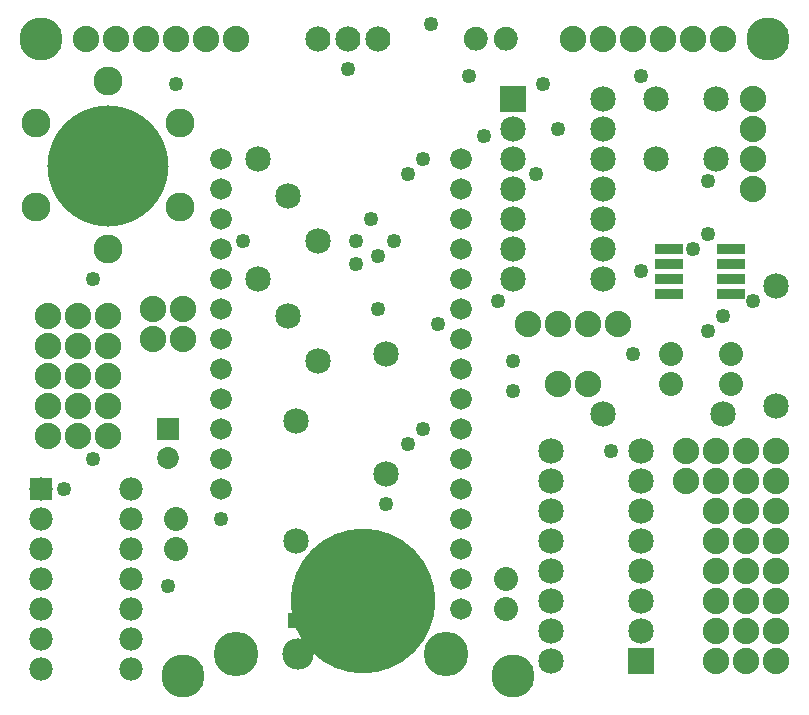
<source format=gts>
G04 MADE WITH FRITZING*
G04 WWW.FRITZING.ORG*
G04 DOUBLE SIDED*
G04 HOLES PLATED*
G04 CONTOUR ON CENTER OF CONTOUR VECTOR*
%ASAXBY*%
%FSLAX23Y23*%
%MOIN*%
%OFA0B0*%
%SFA1.0B1.0*%
%ADD10C,0.049370*%
%ADD11C,0.088000*%
%ADD12C,0.096000*%
%ADD13C,0.085000*%
%ADD14C,0.080000*%
%ADD15C,0.072992*%
%ADD16C,0.084000*%
%ADD17C,0.148425*%
%ADD18C,0.105000*%
%ADD19C,0.061496*%
%ADD20C,0.072000*%
%ADD21C,0.077559*%
%ADD22C,0.143858*%
%ADD23C,0.403700*%
%ADD24C,0.482440*%
%ADD25R,0.097000X0.034000*%
%ADD26R,0.072992X0.072992*%
%ADD27R,0.085000X0.085000*%
%ADD28R,0.077559X0.077559*%
%ADD29C,0.039783*%
%ADD30R,0.001000X0.001000*%
%LNMASK1*%
G90*
G70*
G54D10*
X175Y707D03*
X274Y1407D03*
G54D11*
X249Y2207D03*
X349Y2207D03*
X449Y2207D03*
X549Y2207D03*
X649Y2207D03*
X749Y2207D03*
G54D10*
X1249Y657D03*
X1275Y1532D03*
X1999Y833D03*
X2074Y1158D03*
X548Y2058D03*
X774Y1532D03*
G54D12*
X324Y2067D03*
X564Y1927D03*
X324Y1507D03*
X84Y1647D03*
X564Y1647D03*
X84Y1927D03*
G54D10*
X2099Y2082D03*
X1399Y2257D03*
X1149Y1532D03*
X1199Y1607D03*
X1774Y2057D03*
X1525Y2082D03*
X1575Y1883D03*
X1124Y2107D03*
X1824Y1907D03*
X1749Y1757D03*
X2274Y1507D03*
X2374Y1282D03*
X2324Y1557D03*
X2324Y1232D03*
X2099Y1432D03*
X2474Y1332D03*
X2324Y1732D03*
G54D13*
X2374Y957D03*
X1974Y957D03*
X2549Y1382D03*
X2549Y982D03*
G54D14*
X2199Y1157D03*
X2199Y1057D03*
X2399Y1157D03*
X2399Y1057D03*
G54D11*
X2249Y732D03*
X2249Y832D03*
G54D13*
X2149Y1807D03*
X2349Y1807D03*
X2149Y2007D03*
X2349Y2007D03*
X1249Y757D03*
X1249Y1157D03*
X949Y532D03*
X949Y932D03*
G54D15*
X524Y907D03*
X524Y809D03*
G54D16*
X1024Y2207D03*
X1124Y2207D03*
X1224Y2207D03*
X1024Y2207D03*
X1124Y2207D03*
X1224Y2207D03*
G54D11*
X124Y1282D03*
X224Y1282D03*
X324Y1282D03*
G54D17*
X1449Y157D03*
G54D18*
X957Y158D03*
G54D19*
X969Y268D03*
G54D20*
X1499Y1807D03*
X1499Y1707D03*
X1499Y1607D03*
X1499Y1507D03*
X1499Y1407D03*
X1499Y1307D03*
X1499Y1207D03*
X1499Y1107D03*
X1499Y1007D03*
G54D17*
X749Y157D03*
G54D20*
X1499Y907D03*
X1499Y807D03*
X1499Y707D03*
X1499Y607D03*
X1499Y507D03*
X1499Y407D03*
X1499Y307D03*
X699Y707D03*
X699Y807D03*
X699Y907D03*
X699Y1007D03*
X699Y1107D03*
X699Y1207D03*
X699Y1307D03*
X699Y1407D03*
X699Y1507D03*
X699Y1607D03*
X699Y1707D03*
X699Y1807D03*
G54D19*
X1229Y268D03*
G54D18*
X1241Y158D03*
G54D10*
X1149Y1457D03*
G54D11*
X1924Y1057D03*
X1824Y1057D03*
G54D10*
X1424Y1257D03*
X1224Y1307D03*
X524Y383D03*
X274Y807D03*
G54D11*
X1874Y2207D03*
X1974Y2207D03*
X2074Y2207D03*
X2174Y2207D03*
X2274Y2207D03*
X2374Y2207D03*
X2549Y132D03*
X2549Y232D03*
X2549Y332D03*
X2549Y432D03*
X2549Y532D03*
X2549Y632D03*
X2549Y732D03*
X2549Y832D03*
X2449Y132D03*
X2449Y232D03*
X2449Y332D03*
X2449Y432D03*
X2449Y532D03*
X2449Y632D03*
X2449Y732D03*
X2449Y832D03*
X2349Y132D03*
X2349Y232D03*
X2349Y332D03*
X2349Y432D03*
X2349Y532D03*
X2349Y632D03*
X2349Y732D03*
X2349Y832D03*
X1724Y1257D03*
X1824Y1257D03*
X1924Y1257D03*
X2024Y1257D03*
X2474Y2007D03*
X2474Y1907D03*
X2474Y1807D03*
X2474Y1707D03*
G54D13*
X1674Y2007D03*
X1974Y2007D03*
X1674Y1907D03*
X1974Y1907D03*
X1674Y1807D03*
X1974Y1807D03*
X1674Y1707D03*
X1974Y1707D03*
X1674Y1607D03*
X1974Y1607D03*
X1674Y1507D03*
X1974Y1507D03*
X1674Y1407D03*
X1974Y1407D03*
X2099Y132D03*
X1799Y132D03*
X2099Y232D03*
X1799Y232D03*
X2099Y332D03*
X1799Y332D03*
X2099Y432D03*
X1799Y432D03*
X2099Y532D03*
X1799Y532D03*
X2099Y632D03*
X1799Y632D03*
X2099Y732D03*
X1799Y732D03*
X2099Y832D03*
X1799Y832D03*
G54D14*
X549Y607D03*
X549Y507D03*
X1649Y407D03*
X1649Y307D03*
G54D10*
X1224Y1482D03*
X1374Y1807D03*
X1374Y907D03*
X1324Y857D03*
X1324Y1757D03*
X1624Y1332D03*
X1674Y1032D03*
X1674Y1132D03*
G54D13*
X824Y1807D03*
X824Y1407D03*
X924Y1282D03*
X924Y1682D03*
X1024Y1132D03*
X1024Y1532D03*
G54D11*
X574Y1307D03*
X474Y1307D03*
X574Y1207D03*
X474Y1207D03*
G54D21*
X99Y707D03*
X399Y707D03*
X99Y607D03*
X399Y607D03*
X99Y507D03*
X399Y507D03*
X99Y407D03*
X399Y407D03*
X99Y307D03*
X399Y307D03*
X99Y207D03*
X399Y207D03*
X99Y107D03*
X399Y107D03*
G54D11*
X224Y1182D03*
X224Y1082D03*
X224Y982D03*
X224Y882D03*
X124Y1182D03*
X124Y1082D03*
X124Y982D03*
X124Y882D03*
X324Y1182D03*
X324Y1082D03*
X324Y982D03*
X324Y882D03*
G54D22*
X1674Y82D03*
X574Y82D03*
X2524Y2207D03*
X99Y2207D03*
G54D23*
X324Y1782D03*
G54D24*
X1174Y332D03*
G54D10*
X699Y607D03*
G54D25*
X2193Y1507D03*
X2193Y1457D03*
X2193Y1407D03*
X2193Y1357D03*
X2399Y1357D03*
X2399Y1407D03*
X2399Y1457D03*
X2399Y1507D03*
G54D26*
X524Y907D03*
G54D27*
X1674Y2007D03*
X2099Y132D03*
G54D28*
X99Y707D03*
G54D29*
G36*
X925Y190D02*
X990Y190D01*
X990Y125D01*
X925Y125D01*
X925Y190D01*
G37*
D02*
G36*
X1208Y190D02*
X1274Y190D01*
X1274Y125D01*
X1208Y125D01*
X1208Y190D01*
G37*
D02*
G54D30*
X1542Y2247D02*
X1555Y2247D01*
X1642Y2247D02*
X1655Y2247D01*
X1538Y2246D02*
X1559Y2246D01*
X1638Y2246D02*
X1659Y2246D01*
X1535Y2245D02*
X1562Y2245D01*
X1635Y2245D02*
X1662Y2245D01*
X1532Y2244D02*
X1565Y2244D01*
X1632Y2244D02*
X1665Y2244D01*
X1530Y2243D02*
X1567Y2243D01*
X1630Y2243D02*
X1667Y2243D01*
X1529Y2242D02*
X1568Y2242D01*
X1629Y2242D02*
X1668Y2242D01*
X1527Y2241D02*
X1570Y2241D01*
X1627Y2241D02*
X1670Y2241D01*
X1526Y2240D02*
X1571Y2240D01*
X1626Y2240D02*
X1671Y2240D01*
X1524Y2239D02*
X1573Y2239D01*
X1624Y2239D02*
X1673Y2239D01*
X1523Y2238D02*
X1574Y2238D01*
X1623Y2238D02*
X1674Y2238D01*
X1522Y2237D02*
X1575Y2237D01*
X1622Y2237D02*
X1675Y2237D01*
X1521Y2236D02*
X1576Y2236D01*
X1621Y2236D02*
X1676Y2236D01*
X1520Y2235D02*
X1577Y2235D01*
X1620Y2235D02*
X1677Y2235D01*
X1519Y2234D02*
X1578Y2234D01*
X1619Y2234D02*
X1678Y2234D01*
X1518Y2233D02*
X1579Y2233D01*
X1618Y2233D02*
X1679Y2233D01*
X1517Y2232D02*
X1580Y2232D01*
X1617Y2232D02*
X1680Y2232D01*
X1517Y2231D02*
X1580Y2231D01*
X1617Y2231D02*
X1680Y2231D01*
X1516Y2230D02*
X1581Y2230D01*
X1616Y2230D02*
X1681Y2230D01*
X1515Y2229D02*
X1582Y2229D01*
X1615Y2229D02*
X1682Y2229D01*
X1515Y2228D02*
X1582Y2228D01*
X1615Y2228D02*
X1682Y2228D01*
X1514Y2227D02*
X1583Y2227D01*
X1614Y2227D02*
X1683Y2227D01*
X1514Y2226D02*
X1584Y2226D01*
X1614Y2226D02*
X1683Y2226D01*
X1513Y2225D02*
X1584Y2225D01*
X1613Y2225D02*
X1684Y2225D01*
X1513Y2224D02*
X1584Y2224D01*
X1613Y2224D02*
X1684Y2224D01*
X1512Y2223D02*
X1585Y2223D01*
X1612Y2223D02*
X1685Y2223D01*
X1512Y2222D02*
X1585Y2222D01*
X1612Y2222D02*
X1685Y2222D01*
X1511Y2221D02*
X1586Y2221D01*
X1611Y2221D02*
X1686Y2221D01*
X1511Y2220D02*
X1586Y2220D01*
X1611Y2220D02*
X1686Y2220D01*
X1511Y2219D02*
X1586Y2219D01*
X1611Y2219D02*
X1686Y2219D01*
X1510Y2218D02*
X1587Y2218D01*
X1610Y2218D02*
X1687Y2218D01*
X1510Y2217D02*
X1587Y2217D01*
X1610Y2217D02*
X1687Y2217D01*
X1510Y2216D02*
X1587Y2216D01*
X1610Y2216D02*
X1687Y2216D01*
X1510Y2215D02*
X1587Y2215D01*
X1610Y2215D02*
X1687Y2215D01*
X1510Y2214D02*
X1587Y2214D01*
X1610Y2214D02*
X1687Y2214D01*
X1509Y2213D02*
X1588Y2213D01*
X1609Y2213D02*
X1688Y2213D01*
X1509Y2212D02*
X1588Y2212D01*
X1609Y2212D02*
X1688Y2212D01*
X1509Y2211D02*
X1588Y2211D01*
X1609Y2211D02*
X1688Y2211D01*
X1509Y2210D02*
X1588Y2210D01*
X1609Y2210D02*
X1688Y2210D01*
X1509Y2209D02*
X1588Y2209D01*
X1609Y2209D02*
X1688Y2209D01*
X1509Y2208D02*
X1588Y2208D01*
X1609Y2208D02*
X1688Y2208D01*
X1509Y2207D02*
X1588Y2207D01*
X1609Y2207D02*
X1688Y2207D01*
X1509Y2206D02*
X1588Y2206D01*
X1609Y2206D02*
X1688Y2206D01*
X1509Y2205D02*
X1588Y2205D01*
X1609Y2205D02*
X1688Y2205D01*
X1509Y2204D02*
X1588Y2204D01*
X1609Y2204D02*
X1688Y2204D01*
X1509Y2203D02*
X1588Y2203D01*
X1609Y2203D02*
X1688Y2203D01*
X1510Y2202D02*
X1587Y2202D01*
X1610Y2202D02*
X1687Y2202D01*
X1510Y2201D02*
X1587Y2201D01*
X1610Y2201D02*
X1687Y2201D01*
X1510Y2200D02*
X1587Y2200D01*
X1610Y2200D02*
X1687Y2200D01*
X1510Y2199D02*
X1587Y2199D01*
X1610Y2199D02*
X1687Y2199D01*
X1510Y2198D02*
X1587Y2198D01*
X1610Y2198D02*
X1687Y2198D01*
X1511Y2197D02*
X1586Y2197D01*
X1611Y2197D02*
X1686Y2197D01*
X1511Y2196D02*
X1586Y2196D01*
X1611Y2196D02*
X1686Y2196D01*
X1511Y2195D02*
X1586Y2195D01*
X1611Y2195D02*
X1686Y2195D01*
X1511Y2194D02*
X1586Y2194D01*
X1611Y2194D02*
X1686Y2194D01*
X1512Y2193D02*
X1585Y2193D01*
X1612Y2193D02*
X1685Y2193D01*
X1512Y2192D02*
X1585Y2192D01*
X1612Y2192D02*
X1685Y2192D01*
X1513Y2191D02*
X1584Y2191D01*
X1613Y2191D02*
X1684Y2191D01*
X1513Y2190D02*
X1584Y2190D01*
X1613Y2190D02*
X1684Y2190D01*
X1514Y2189D02*
X1583Y2189D01*
X1614Y2189D02*
X1683Y2189D01*
X1514Y2188D02*
X1583Y2188D01*
X1614Y2188D02*
X1683Y2188D01*
X1515Y2187D02*
X1582Y2187D01*
X1615Y2187D02*
X1682Y2187D01*
X1516Y2186D02*
X1582Y2186D01*
X1616Y2186D02*
X1681Y2186D01*
X1516Y2185D02*
X1581Y2185D01*
X1616Y2185D02*
X1681Y2185D01*
X1517Y2184D02*
X1580Y2184D01*
X1617Y2184D02*
X1680Y2184D01*
X1518Y2183D02*
X1579Y2183D01*
X1618Y2183D02*
X1679Y2183D01*
X1518Y2182D02*
X1579Y2182D01*
X1618Y2182D02*
X1679Y2182D01*
X1519Y2181D02*
X1578Y2181D01*
X1619Y2181D02*
X1678Y2181D01*
X1520Y2180D02*
X1577Y2180D01*
X1620Y2180D02*
X1677Y2180D01*
X1521Y2179D02*
X1576Y2179D01*
X1621Y2179D02*
X1676Y2179D01*
X1522Y2178D02*
X1575Y2178D01*
X1622Y2178D02*
X1675Y2178D01*
X1523Y2177D02*
X1574Y2177D01*
X1623Y2177D02*
X1674Y2177D01*
X1525Y2176D02*
X1572Y2176D01*
X1625Y2176D02*
X1672Y2176D01*
X1526Y2175D02*
X1571Y2175D01*
X1626Y2175D02*
X1671Y2175D01*
X1528Y2174D02*
X1569Y2174D01*
X1628Y2174D02*
X1669Y2174D01*
X1529Y2173D02*
X1568Y2173D01*
X1629Y2173D02*
X1668Y2173D01*
X1531Y2172D02*
X1566Y2172D01*
X1631Y2172D02*
X1666Y2172D01*
X1533Y2171D02*
X1564Y2171D01*
X1633Y2171D02*
X1664Y2171D01*
X1536Y2170D02*
X1561Y2170D01*
X1636Y2170D02*
X1661Y2170D01*
X1539Y2169D02*
X1558Y2169D01*
X1639Y2169D02*
X1658Y2169D01*
X1545Y2168D02*
X1552Y2168D01*
X1645Y2168D02*
X1652Y2168D01*
X964Y294D02*
X973Y294D01*
X1224Y294D02*
X1233Y294D01*
X923Y293D02*
X994Y293D01*
X1203Y293D02*
X1274Y293D01*
X923Y292D02*
X994Y292D01*
X1203Y292D02*
X1274Y292D01*
X923Y291D02*
X994Y291D01*
X1203Y291D02*
X1274Y291D01*
X923Y290D02*
X994Y290D01*
X1203Y290D02*
X1274Y290D01*
X923Y289D02*
X994Y289D01*
X1203Y289D02*
X1274Y289D01*
X923Y288D02*
X994Y288D01*
X1203Y288D02*
X1274Y288D01*
X923Y287D02*
X994Y287D01*
X1203Y287D02*
X1274Y287D01*
X923Y286D02*
X994Y286D01*
X1203Y286D02*
X1274Y286D01*
X923Y285D02*
X994Y285D01*
X1203Y285D02*
X1274Y285D01*
X923Y284D02*
X994Y284D01*
X1203Y284D02*
X1274Y284D01*
X923Y283D02*
X963Y283D01*
X975Y283D02*
X994Y283D01*
X1203Y283D02*
X1222Y283D01*
X1235Y283D02*
X1274Y283D01*
X923Y282D02*
X960Y282D01*
X977Y282D02*
X994Y282D01*
X1203Y282D02*
X1220Y282D01*
X1237Y282D02*
X1274Y282D01*
X923Y281D02*
X959Y281D01*
X978Y281D02*
X994Y281D01*
X1203Y281D02*
X1219Y281D01*
X1238Y281D02*
X1274Y281D01*
X923Y280D02*
X958Y280D01*
X980Y280D02*
X994Y280D01*
X1203Y280D02*
X1218Y280D01*
X1239Y280D02*
X1274Y280D01*
X923Y279D02*
X957Y279D01*
X981Y279D02*
X994Y279D01*
X1203Y279D02*
X1217Y279D01*
X1240Y279D02*
X1274Y279D01*
X923Y278D02*
X956Y278D01*
X981Y278D02*
X994Y278D01*
X1203Y278D02*
X1216Y278D01*
X1241Y278D02*
X1274Y278D01*
X923Y277D02*
X955Y277D01*
X982Y277D02*
X994Y277D01*
X1203Y277D02*
X1215Y277D01*
X1242Y277D02*
X1274Y277D01*
X923Y276D02*
X954Y276D01*
X983Y276D02*
X994Y276D01*
X1203Y276D02*
X1214Y276D01*
X1243Y276D02*
X1274Y276D01*
X923Y275D02*
X954Y275D01*
X983Y275D02*
X994Y275D01*
X1203Y275D02*
X1214Y275D01*
X1243Y275D02*
X1274Y275D01*
X923Y274D02*
X953Y274D01*
X984Y274D02*
X994Y274D01*
X1203Y274D02*
X1213Y274D01*
X1244Y274D02*
X1274Y274D01*
X923Y273D02*
X953Y273D01*
X984Y273D02*
X994Y273D01*
X1203Y273D02*
X1213Y273D01*
X1244Y273D02*
X1274Y273D01*
X923Y272D02*
X953Y272D01*
X984Y272D02*
X994Y272D01*
X1203Y272D02*
X1213Y272D01*
X1244Y272D02*
X1274Y272D01*
X923Y271D02*
X953Y271D01*
X985Y271D02*
X994Y271D01*
X1203Y271D02*
X1213Y271D01*
X1244Y271D02*
X1274Y271D01*
X923Y270D02*
X953Y270D01*
X985Y270D02*
X994Y270D01*
X1203Y270D02*
X1213Y270D01*
X1245Y270D02*
X1274Y270D01*
X923Y269D02*
X952Y269D01*
X985Y269D02*
X994Y269D01*
X1203Y269D02*
X1213Y269D01*
X1245Y269D02*
X1274Y269D01*
X923Y268D02*
X952Y268D01*
X985Y268D02*
X994Y268D01*
X1203Y268D02*
X1212Y268D01*
X1245Y268D02*
X1274Y268D01*
X923Y267D02*
X953Y267D01*
X985Y267D02*
X994Y267D01*
X1203Y267D02*
X1213Y267D01*
X1245Y267D02*
X1274Y267D01*
X923Y266D02*
X953Y266D01*
X985Y266D02*
X994Y266D01*
X1203Y266D02*
X1213Y266D01*
X1245Y266D02*
X1274Y266D01*
X923Y265D02*
X953Y265D01*
X984Y265D02*
X994Y265D01*
X1203Y265D02*
X1213Y265D01*
X1244Y265D02*
X1274Y265D01*
X923Y264D02*
X953Y264D01*
X984Y264D02*
X994Y264D01*
X1203Y264D02*
X1213Y264D01*
X1244Y264D02*
X1274Y264D01*
X923Y263D02*
X953Y263D01*
X984Y263D02*
X994Y263D01*
X1203Y263D02*
X1213Y263D01*
X1244Y263D02*
X1274Y263D01*
X923Y262D02*
X954Y262D01*
X984Y262D02*
X994Y262D01*
X1203Y262D02*
X1213Y262D01*
X1243Y262D02*
X1274Y262D01*
X923Y261D02*
X954Y261D01*
X983Y261D02*
X994Y261D01*
X1203Y261D02*
X1214Y261D01*
X1243Y261D02*
X1274Y261D01*
X923Y260D02*
X955Y260D01*
X983Y260D02*
X994Y260D01*
X1203Y260D02*
X1215Y260D01*
X1242Y260D02*
X1274Y260D01*
X923Y259D02*
X955Y259D01*
X982Y259D02*
X994Y259D01*
X1203Y259D02*
X1215Y259D01*
X1242Y259D02*
X1274Y259D01*
X923Y258D02*
X956Y258D01*
X981Y258D02*
X994Y258D01*
X1203Y258D02*
X1216Y258D01*
X1241Y258D02*
X1274Y258D01*
X923Y257D02*
X957Y257D01*
X980Y257D02*
X994Y257D01*
X1203Y257D02*
X1217Y257D01*
X1240Y257D02*
X1274Y257D01*
X923Y256D02*
X958Y256D01*
X979Y256D02*
X994Y256D01*
X1203Y256D02*
X1218Y256D01*
X1239Y256D02*
X1274Y256D01*
X923Y255D02*
X960Y255D01*
X978Y255D02*
X994Y255D01*
X1203Y255D02*
X1219Y255D01*
X1238Y255D02*
X1274Y255D01*
X923Y254D02*
X961Y254D01*
X976Y254D02*
X994Y254D01*
X1203Y254D02*
X1221Y254D01*
X1236Y254D02*
X1274Y254D01*
X923Y253D02*
X964Y253D01*
X973Y253D02*
X994Y253D01*
X1203Y253D02*
X1224Y253D01*
X1233Y253D02*
X1274Y253D01*
X923Y252D02*
X994Y252D01*
X1203Y252D02*
X1274Y252D01*
X923Y251D02*
X994Y251D01*
X1203Y251D02*
X1274Y251D01*
X923Y250D02*
X994Y250D01*
X1203Y250D02*
X1274Y250D01*
X923Y249D02*
X994Y249D01*
X1203Y249D02*
X1274Y249D01*
X923Y248D02*
X994Y248D01*
X1203Y248D02*
X1274Y248D01*
X923Y247D02*
X994Y247D01*
X1203Y247D02*
X1274Y247D01*
X923Y246D02*
X994Y246D01*
X1203Y246D02*
X1274Y246D01*
X923Y245D02*
X994Y245D01*
X1203Y245D02*
X1274Y245D01*
X923Y244D02*
X994Y244D01*
X1203Y244D02*
X1274Y244D01*
X923Y243D02*
X994Y243D01*
X1203Y243D02*
X1274Y243D01*
D02*
G04 End of Mask1*
M02*
</source>
